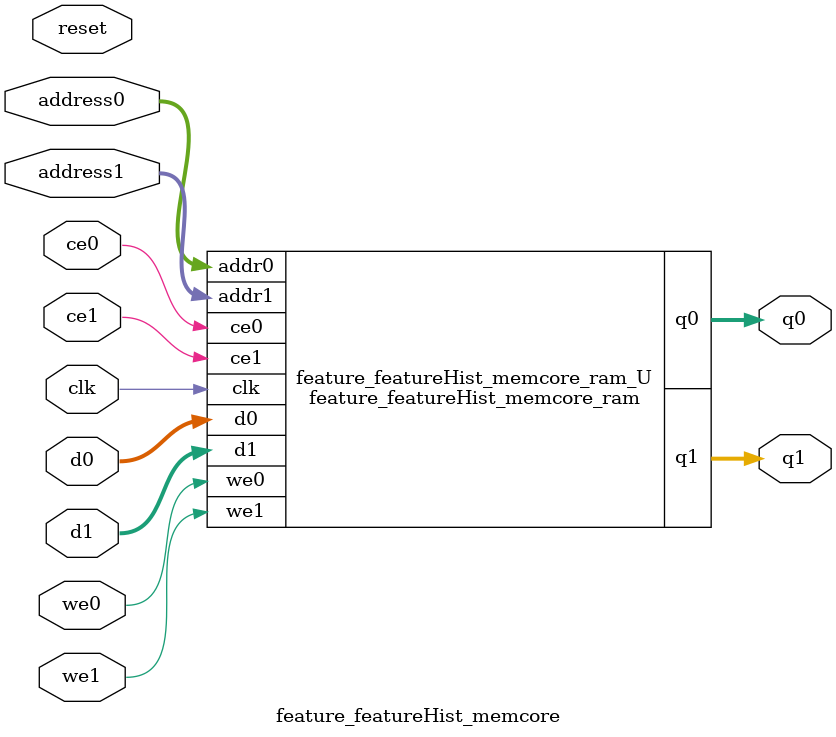
<source format=v>

`timescale 1 ns / 1 ps
module feature_featureHist_memcore_ram (addr0, ce0, d0, we0, q0, addr1, ce1, d1, we1, q1,  clk);

parameter DWIDTH = 16;
parameter AWIDTH = 9;
parameter MEM_SIZE = 512;

input[AWIDTH-1:0] addr0;
input ce0;
input[DWIDTH-1:0] d0;
input we0;
output reg[DWIDTH-1:0] q0;
input[AWIDTH-1:0] addr1;
input ce1;
input[DWIDTH-1:0] d1;
input we1;
output reg[DWIDTH-1:0] q1;
input clk;

(* ram_style = "block" *)reg [DWIDTH-1:0] ram[MEM_SIZE-1:0];




always @(posedge clk)  
begin 
    if (ce0) 
    begin
        if (we0) 
        begin 
            ram[addr0] <= d0; 
            q0 <= d0;
        end 
        else 
            q0 <= ram[addr0];
    end
end


always @(posedge clk)  
begin 
    if (ce1) 
    begin
        if (we1) 
        begin 
            ram[addr1] <= d1; 
            q1 <= d1;
        end 
        else 
            q1 <= ram[addr1];
    end
end


endmodule


`timescale 1 ns / 1 ps
module feature_featureHist_memcore(
    reset,
    clk,
    address0,
    ce0,
    we0,
    d0,
    q0,
    address1,
    ce1,
    we1,
    d1,
    q1);

parameter DataWidth = 32'd16;
parameter AddressRange = 32'd512;
parameter AddressWidth = 32'd9;
input reset;
input clk;
input[AddressWidth - 1:0] address0;
input ce0;
input we0;
input[DataWidth - 1:0] d0;
output[DataWidth - 1:0] q0;
input[AddressWidth - 1:0] address1;
input ce1;
input we1;
input[DataWidth - 1:0] d1;
output[DataWidth - 1:0] q1;



feature_featureHist_memcore_ram feature_featureHist_memcore_ram_U(
    .clk( clk ),
    .addr0( address0 ),
    .ce0( ce0 ),
    .d0( d0 ),
    .we0( we0 ),
    .q0( q0 ),
    .addr1( address1 ),
    .ce1( ce1 ),
    .d1( d1 ),
    .we1( we1 ),
    .q1( q1 ));

endmodule


</source>
